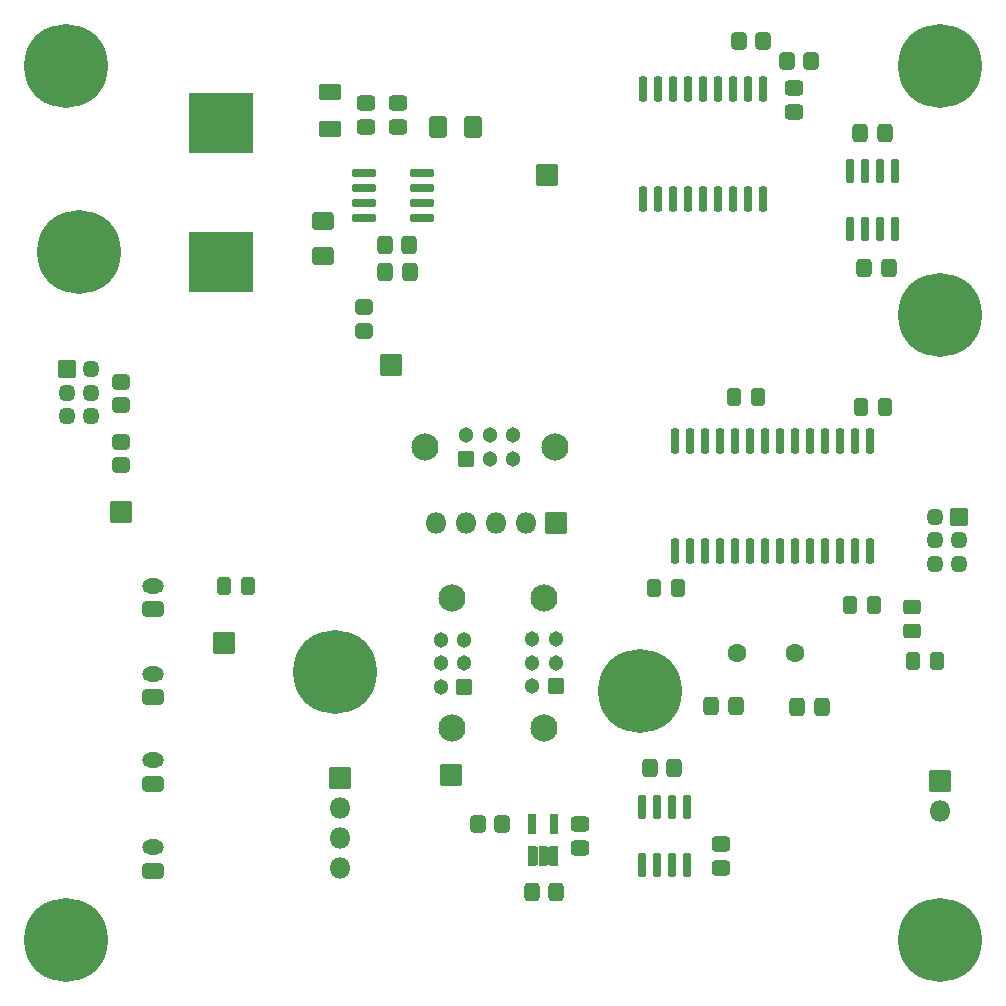
<source format=gbs>
G04 #@! TF.GenerationSoftware,KiCad,Pcbnew,(6.0.1)*
G04 #@! TF.CreationDate,2022-05-22T14:08:20-04:00*
G04 #@! TF.ProjectId,payload2020_papa_board,7061796c-6f61-4643-9230-32305f706170,rev?*
G04 #@! TF.SameCoordinates,Original*
G04 #@! TF.FileFunction,Soldermask,Bot*
G04 #@! TF.FilePolarity,Negative*
%FSLAX46Y46*%
G04 Gerber Fmt 4.6, Leading zero omitted, Abs format (unit mm)*
G04 Created by KiCad (PCBNEW (6.0.1)) date 2022-05-22 14:08:20*
%MOMM*%
%LPD*%
G01*
G04 APERTURE LIST*
G04 Aperture macros list*
%AMRoundRect*
0 Rectangle with rounded corners*
0 $1 Rounding radius*
0 $2 $3 $4 $5 $6 $7 $8 $9 X,Y pos of 4 corners*
0 Add a 4 corners polygon primitive as box body*
4,1,4,$2,$3,$4,$5,$6,$7,$8,$9,$2,$3,0*
0 Add four circle primitives for the rounded corners*
1,1,$1+$1,$2,$3*
1,1,$1+$1,$4,$5*
1,1,$1+$1,$6,$7*
1,1,$1+$1,$8,$9*
0 Add four rect primitives between the rounded corners*
20,1,$1+$1,$2,$3,$4,$5,0*
20,1,$1+$1,$4,$5,$6,$7,0*
20,1,$1+$1,$6,$7,$8,$9,0*
20,1,$1+$1,$8,$9,$2,$3,0*%
G04 Aperture macros list end*
%ADD10RoundRect,0.051000X-0.850000X0.850000X-0.850000X-0.850000X0.850000X-0.850000X0.850000X0.850000X0*%
%ADD11O,1.802000X1.802000*%
%ADD12C,2.302000*%
%ADD13RoundRect,0.051000X0.600000X-0.600000X0.600000X0.600000X-0.600000X0.600000X-0.600000X-0.600000X0*%
%ADD14C,1.302000*%
%ADD15RoundRect,0.051000X-0.600000X-0.600000X0.600000X-0.600000X0.600000X0.600000X-0.600000X0.600000X0*%
%ADD16RoundRect,0.051000X-0.675000X-0.675000X0.675000X-0.675000X0.675000X0.675000X-0.675000X0.675000X0*%
%ADD17O,1.452000X1.452000*%
%ADD18C,0.902000*%
%ADD19C,7.102000*%
%ADD20RoundRect,0.051000X-0.850000X-0.850000X0.850000X-0.850000X0.850000X0.850000X-0.850000X0.850000X0*%
%ADD21RoundRect,0.301000X-0.337500X-0.475000X0.337500X-0.475000X0.337500X0.475000X-0.337500X0.475000X0*%
%ADD22RoundRect,0.301000X0.337500X0.475000X-0.337500X0.475000X-0.337500X-0.475000X0.337500X-0.475000X0*%
%ADD23RoundRect,0.201000X-0.150000X0.825000X-0.150000X-0.825000X0.150000X-0.825000X0.150000X0.825000X0*%
%ADD24RoundRect,0.301001X-0.624999X0.462499X-0.624999X-0.462499X0.624999X-0.462499X0.624999X0.462499X0*%
%ADD25RoundRect,0.051000X2.700000X-2.450000X2.700000X2.450000X-2.700000X2.450000X-2.700000X-2.450000X0*%
%ADD26RoundRect,0.301000X0.475000X-0.337500X0.475000X0.337500X-0.475000X0.337500X-0.475000X-0.337500X0*%
%ADD27RoundRect,0.201000X-0.825000X-0.150000X0.825000X-0.150000X0.825000X0.150000X-0.825000X0.150000X0*%
%ADD28RoundRect,0.301000X-0.475000X0.337500X-0.475000X-0.337500X0.475000X-0.337500X0.475000X0.337500X0*%
%ADD29RoundRect,0.051000X0.325000X-0.780000X0.325000X0.780000X-0.325000X0.780000X-0.325000X-0.780000X0*%
%ADD30C,1.602000*%
%ADD31RoundRect,0.201000X0.150000X-0.875000X0.150000X0.875000X-0.150000X0.875000X-0.150000X-0.875000X0*%
%ADD32RoundRect,0.300999X0.350001X0.450001X-0.350001X0.450001X-0.350001X-0.450001X0.350001X-0.450001X0*%
%ADD33RoundRect,0.201000X0.150000X-0.825000X0.150000X0.825000X-0.150000X0.825000X-0.150000X-0.825000X0*%
%ADD34RoundRect,0.301000X0.325000X0.450000X-0.325000X0.450000X-0.325000X-0.450000X0.325000X-0.450000X0*%
%ADD35RoundRect,0.301000X-0.325000X-0.450000X0.325000X-0.450000X0.325000X0.450000X-0.325000X0.450000X0*%
%ADD36RoundRect,0.301000X-0.450000X0.325000X-0.450000X-0.325000X0.450000X-0.325000X0.450000X0.325000X0*%
%ADD37RoundRect,0.301000X-0.650000X0.412500X-0.650000X-0.412500X0.650000X-0.412500X0.650000X0.412500X0*%
%ADD38RoundRect,0.301000X0.450000X-0.350000X0.450000X0.350000X-0.450000X0.350000X-0.450000X-0.350000X0*%
%ADD39RoundRect,0.051000X0.850000X0.850000X-0.850000X0.850000X-0.850000X-0.850000X0.850000X-0.850000X0*%
%ADD40RoundRect,0.301001X0.462499X0.624999X-0.462499X0.624999X-0.462499X-0.624999X0.462499X-0.624999X0*%
%ADD41RoundRect,0.301000X0.625000X-0.350000X0.625000X0.350000X-0.625000X0.350000X-0.625000X-0.350000X0*%
%ADD42O,1.852000X1.302000*%
%ADD43RoundRect,0.301000X0.350000X0.450000X-0.350000X0.450000X-0.350000X-0.450000X0.350000X-0.450000X0*%
%ADD44RoundRect,0.051000X0.675000X0.675000X-0.675000X0.675000X-0.675000X-0.675000X0.675000X-0.675000X0*%
G04 APERTURE END LIST*
D10*
X45491400Y-42717400D03*
D11*
X42951400Y-42717400D03*
X40411400Y-42717400D03*
X37871400Y-42717400D03*
X35331400Y-42717400D03*
D12*
X44475400Y-49042000D03*
X44475400Y-60042000D03*
D13*
X45475400Y-56542000D03*
D14*
X45475400Y-54542000D03*
X45475400Y-52542000D03*
X43475400Y-56542000D03*
X43475400Y-54542000D03*
X43475400Y-52542000D03*
D12*
X36728400Y-49092800D03*
X36728400Y-60092800D03*
D13*
X37728400Y-56592800D03*
D14*
X37728400Y-54592800D03*
X37728400Y-52592800D03*
X35728400Y-56592800D03*
X35728400Y-54592800D03*
X35728400Y-52592800D03*
D12*
X45378000Y-36291200D03*
X34378000Y-36291200D03*
D15*
X37878000Y-37291200D03*
D14*
X39878000Y-37291200D03*
X41878000Y-37291200D03*
X37878000Y-35291200D03*
X39878000Y-35291200D03*
X41878000Y-35291200D03*
D16*
X79619000Y-42168000D03*
D17*
X79619000Y-44168000D03*
X79619000Y-46168000D03*
X77619000Y-42168000D03*
X77619000Y-44168000D03*
X77619000Y-46168000D03*
D18*
X75375000Y-78020000D03*
X79856155Y-79876155D03*
X78000000Y-80645000D03*
X78000000Y-75395000D03*
X79856155Y-76163845D03*
X80625000Y-78020000D03*
X76143845Y-76163845D03*
D19*
X78000000Y-78020000D03*
D18*
X76143845Y-79876155D03*
X2495000Y-19780000D03*
X7745000Y-19780000D03*
X5120000Y-22405000D03*
D19*
X5120000Y-19780000D03*
D18*
X6976155Y-17923845D03*
X6976155Y-21636155D03*
X5120000Y-17155000D03*
X3263845Y-21636155D03*
X3263845Y-17923845D03*
X76143845Y-27006155D03*
X79856155Y-27006155D03*
X78000000Y-27775000D03*
X75375000Y-25150000D03*
X80625000Y-25150000D03*
X79856155Y-23293845D03*
X78000000Y-22525000D03*
X76143845Y-23293845D03*
D19*
X78000000Y-25130000D03*
D18*
X4000000Y-75395000D03*
X6625000Y-78020000D03*
X4000000Y-80645000D03*
X5856155Y-76163845D03*
X2143845Y-76163845D03*
X5856155Y-79876155D03*
D19*
X4000000Y-78020000D03*
D18*
X2143845Y-79876155D03*
X1375000Y-78020000D03*
D20*
X78000000Y-64520000D03*
D11*
X78000000Y-67060000D03*
D18*
X54456155Y-58756155D03*
X52600000Y-54275000D03*
X50743845Y-58756155D03*
X52600000Y-59525000D03*
X54456155Y-55043845D03*
X50743845Y-55043845D03*
X55225000Y-56900000D03*
X49975000Y-56900000D03*
D19*
X52600000Y-56900000D03*
D18*
X76143845Y-2163845D03*
D19*
X78000000Y-4020000D03*
D18*
X76143845Y-5876155D03*
X79856155Y-5876155D03*
X78000000Y-1395000D03*
X75375000Y-4020000D03*
X78000000Y-6645000D03*
X79856155Y-2163845D03*
X80625000Y-4020000D03*
D20*
X27178000Y-64272000D03*
D11*
X27178000Y-66812000D03*
X27178000Y-69352000D03*
X27178000Y-71892000D03*
D20*
X17411063Y-52856930D03*
X31496000Y-29357000D03*
D18*
X5856155Y-2163845D03*
X4000000Y-1395000D03*
X4000000Y-6645000D03*
X2143845Y-5876155D03*
X2143845Y-2163845D03*
X6625000Y-4020000D03*
X1375000Y-4020000D03*
D19*
X4000000Y-4020000D03*
D18*
X5856155Y-5876155D03*
X24943845Y-53483845D03*
X26800000Y-52715000D03*
X24175000Y-55340000D03*
X28656155Y-53483845D03*
X24943845Y-57196155D03*
D19*
X26800000Y-55340000D03*
D18*
X26800000Y-57965000D03*
X28656155Y-57196155D03*
X29425000Y-55340000D03*
D21*
X65913000Y-58313000D03*
X67988000Y-58313000D03*
D22*
X60731400Y-58236800D03*
X58656400Y-58236800D03*
D23*
X52793900Y-66709200D03*
X54063900Y-66709200D03*
X55333900Y-66709200D03*
X56603900Y-66709200D03*
X56603900Y-71659200D03*
X55333900Y-71659200D03*
X54063900Y-71659200D03*
X52793900Y-71659200D03*
D24*
X25728000Y-17111000D03*
X25728000Y-20086000D03*
D25*
X17130700Y-20612000D03*
X17130700Y-8812000D03*
D21*
X31028500Y-21443000D03*
X33103500Y-21443000D03*
X31007000Y-19157000D03*
X33082000Y-19157000D03*
D26*
X29411000Y-9207000D03*
X29411000Y-7132000D03*
D27*
X29210000Y-16871000D03*
X29210000Y-15601000D03*
X29210000Y-14331000D03*
X29210000Y-13061000D03*
X34160000Y-13061000D03*
X34160000Y-14331000D03*
X34160000Y-15601000D03*
X34160000Y-16871000D03*
D22*
X45509000Y-73934000D03*
X43434000Y-73934000D03*
D28*
X47488555Y-68177766D03*
X47488555Y-70252766D03*
D29*
X45334000Y-70886000D03*
X44384000Y-70886000D03*
X43434000Y-70886000D03*
X43434000Y-68186000D03*
X45334000Y-68186000D03*
D22*
X55499000Y-63443800D03*
X53424000Y-63443800D03*
D30*
X65735200Y-53715600D03*
X60855200Y-53715600D03*
D26*
X59425840Y-71919600D03*
X59425840Y-69844600D03*
D31*
X62992000Y-15287200D03*
X61722000Y-15287200D03*
X60452000Y-15287200D03*
X59182000Y-15287200D03*
X57912000Y-15287200D03*
X56642000Y-15287200D03*
X55372000Y-15287200D03*
X54102000Y-15287200D03*
X52832000Y-15287200D03*
X52832000Y-5987200D03*
X54102000Y-5987200D03*
X55372000Y-5987200D03*
X56642000Y-5987200D03*
X57912000Y-5987200D03*
X59182000Y-5987200D03*
X60452000Y-5987200D03*
X61722000Y-5987200D03*
X62992000Y-5987200D03*
D32*
X62986160Y-1853880D03*
X60986160Y-1853880D03*
D33*
X74168000Y-17811200D03*
X72898000Y-17811200D03*
X71628000Y-17811200D03*
X70358000Y-17811200D03*
X70358000Y-12861200D03*
X71628000Y-12861200D03*
X72898000Y-12861200D03*
X74168000Y-12861200D03*
D28*
X65656460Y-5859460D03*
X65656460Y-7934460D03*
D21*
X71242100Y-9689780D03*
X73317100Y-9689780D03*
X71607000Y-21136800D03*
X73682000Y-21136800D03*
D34*
X72412000Y-49635600D03*
X70362000Y-49635600D03*
X62596280Y-32079120D03*
X60546280Y-32079120D03*
D35*
X53801200Y-48213200D03*
X55851200Y-48213200D03*
D34*
X73377200Y-32871600D03*
X71327200Y-32871600D03*
X77733000Y-54356000D03*
X75683000Y-54356000D03*
D36*
X75612400Y-49829800D03*
X75612400Y-51879800D03*
D31*
X72122440Y-45075560D03*
X70852440Y-45075560D03*
X69582440Y-45075560D03*
X68312440Y-45075560D03*
X67042440Y-45075560D03*
X65772440Y-45075560D03*
X64502440Y-45075560D03*
X63232440Y-45075560D03*
X61962440Y-45075560D03*
X60692440Y-45075560D03*
X59422440Y-45075560D03*
X58152440Y-45075560D03*
X56882440Y-45075560D03*
X55612440Y-45075560D03*
X55612440Y-35775560D03*
X56882440Y-35775560D03*
X58152440Y-35775560D03*
X59422440Y-35775560D03*
X60692440Y-35775560D03*
X61962440Y-35775560D03*
X63232440Y-35775560D03*
X64502440Y-35775560D03*
X65772440Y-35775560D03*
X67042440Y-35775560D03*
X68312440Y-35775560D03*
X69582440Y-35775560D03*
X70852440Y-35775560D03*
X72122440Y-35775560D03*
D37*
X26363000Y-6204500D03*
X26363000Y-9329500D03*
D38*
X8658000Y-32754000D03*
X8658000Y-30754000D03*
D39*
X8650000Y-41800000D03*
X44704000Y-13228000D03*
D38*
X8658000Y-37834000D03*
X8658000Y-35834000D03*
D26*
X32078000Y-9207000D03*
X32078000Y-7132000D03*
D40*
X38482000Y-9164000D03*
X35507000Y-9164000D03*
D41*
X11400000Y-64800000D03*
D42*
X11400000Y-62800000D03*
D38*
X29217315Y-26457302D03*
X29217315Y-24457302D03*
D41*
X11400000Y-50000000D03*
D42*
X11400000Y-48000000D03*
D43*
X40882717Y-68193844D03*
X38882717Y-68193844D03*
X67046000Y-3560000D03*
X65046000Y-3560000D03*
D41*
X11400000Y-72150000D03*
D42*
X11400000Y-70150000D03*
D44*
X4096000Y-29688000D03*
D17*
X4096000Y-31688000D03*
X4096000Y-33688000D03*
X6096000Y-29688000D03*
X6096000Y-31688000D03*
X6096000Y-33688000D03*
D35*
X17375000Y-48000000D03*
X19425000Y-48000000D03*
D39*
X36576000Y-64028000D03*
D41*
X11400000Y-57450000D03*
D42*
X11400000Y-55450000D03*
G36*
X44758267Y-70089301D02*
G01*
X44809946Y-70132489D01*
X44878661Y-70141120D01*
X44941291Y-70111156D01*
X44959348Y-70090318D01*
X44961238Y-70089664D01*
X44962749Y-70090974D01*
X44962821Y-70092018D01*
X44960000Y-70106199D01*
X44960000Y-71665801D01*
X44962978Y-71680774D01*
X44962335Y-71682668D01*
X44960373Y-71683058D01*
X44959733Y-71682699D01*
X44908054Y-71639511D01*
X44839339Y-71630880D01*
X44776709Y-71660844D01*
X44758652Y-71681682D01*
X44756762Y-71682336D01*
X44755251Y-71681026D01*
X44755179Y-71679982D01*
X44758000Y-71665801D01*
X44758000Y-70106199D01*
X44755022Y-70091226D01*
X44755665Y-70089332D01*
X44757627Y-70088942D01*
X44758267Y-70089301D01*
G37*
G36*
X43808267Y-70089301D02*
G01*
X43859946Y-70132489D01*
X43928661Y-70141120D01*
X43991291Y-70111156D01*
X44009348Y-70090318D01*
X44011238Y-70089664D01*
X44012749Y-70090974D01*
X44012821Y-70092018D01*
X44010000Y-70106199D01*
X44010000Y-71665801D01*
X44012978Y-71680774D01*
X44012335Y-71682668D01*
X44010373Y-71683058D01*
X44009733Y-71682699D01*
X43958054Y-71639511D01*
X43889339Y-71630880D01*
X43826709Y-71660844D01*
X43808652Y-71681682D01*
X43806762Y-71682336D01*
X43805251Y-71681026D01*
X43805179Y-71679982D01*
X43808000Y-71665801D01*
X43808000Y-70106199D01*
X43805022Y-70091226D01*
X43805665Y-70089332D01*
X43807627Y-70088942D01*
X43808267Y-70089301D01*
G37*
M02*

</source>
